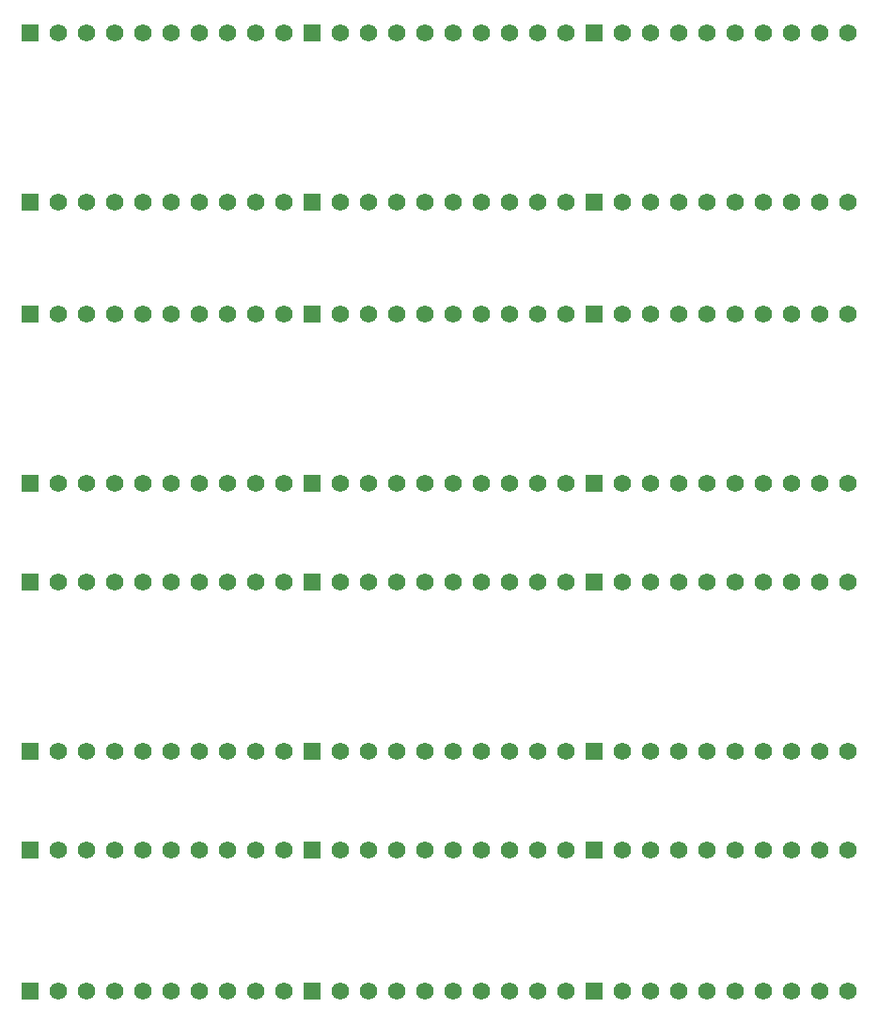
<source format=gbl>
G04 Layer: BottomLayer*
G04 EasyEDA v6.5.22, 2023-04-04 18:07:08*
G04 a67cddfb3fce44daa9051d46cbbcc19f,10*
G04 Gerber Generator version 0.2*
G04 Scale: 100 percent, Rotated: No, Reflected: No *
G04 Dimensions in inches *
G04 leading zeros omitted , absolute positions ,3 integer and 6 decimal *
%FSLAX36Y36*%
%MOIN*%

%ADD10C,0.0620*%
%ADD11R,0.0620X0.0620*%

%LPD*%
D10*
G01*
X2453140Y2603139D03*
G01*
X2353140Y2603139D03*
G01*
X2253140Y2603139D03*
G01*
X2153140Y2603139D03*
G01*
X2053140Y2603139D03*
G01*
X1953140Y2603139D03*
G01*
X1853140Y2603139D03*
G01*
X1753140Y2603139D03*
G01*
X1653140Y2603139D03*
D11*
G01*
X1553140Y2603139D03*
D10*
G01*
X2453140Y2003139D03*
G01*
X2353140Y2003139D03*
G01*
X2253140Y2003139D03*
G01*
X2153140Y2003139D03*
G01*
X2053140Y2003139D03*
G01*
X1953140Y2003139D03*
G01*
X1853140Y2003139D03*
G01*
X1753140Y2003139D03*
G01*
X1653140Y2003139D03*
D11*
G01*
X1553140Y2003139D03*
D10*
G01*
X1453149Y1653139D03*
G01*
X1353149Y1653139D03*
G01*
X1253149Y1653139D03*
G01*
X1153149Y1653139D03*
G01*
X1053149Y1653139D03*
G01*
X953149Y1653139D03*
G01*
X853149Y1653139D03*
G01*
X753150Y1653139D03*
G01*
X653150Y1653139D03*
D11*
G01*
X553150Y1653139D03*
D10*
G01*
X1453149Y1053150D03*
G01*
X1353149Y1053150D03*
G01*
X1253149Y1053150D03*
G01*
X1153149Y1053150D03*
G01*
X1053149Y1053150D03*
G01*
X953149Y1053150D03*
G01*
X853149Y1053150D03*
G01*
X753150Y1053150D03*
G01*
X653150Y1053150D03*
D11*
G01*
X553150Y1053150D03*
D10*
G01*
X2453140Y1653139D03*
G01*
X2353140Y1653139D03*
G01*
X2253140Y1653139D03*
G01*
X2153140Y1653139D03*
G01*
X2053140Y1653139D03*
G01*
X1953140Y1653139D03*
G01*
X1853140Y1653139D03*
G01*
X1753140Y1653139D03*
G01*
X1653140Y1653139D03*
D11*
G01*
X1553140Y1653139D03*
D10*
G01*
X2453140Y1053150D03*
G01*
X2353140Y1053150D03*
G01*
X2253140Y1053150D03*
G01*
X2153140Y1053150D03*
G01*
X2053140Y1053150D03*
G01*
X1953140Y1053150D03*
G01*
X1853140Y1053150D03*
G01*
X1753140Y1053150D03*
G01*
X1653140Y1053150D03*
D11*
G01*
X1553140Y1053150D03*
D10*
G01*
X3453140Y1653139D03*
G01*
X3353140Y1653139D03*
G01*
X3253140Y1653139D03*
G01*
X3153140Y1653139D03*
G01*
X3053140Y1653139D03*
G01*
X2953140Y1653139D03*
G01*
X2853140Y1653139D03*
G01*
X2753140Y1653139D03*
G01*
X2653140Y1653139D03*
D11*
G01*
X2553140Y1653139D03*
D10*
G01*
X3453140Y1053150D03*
G01*
X3353140Y1053150D03*
G01*
X3253140Y1053150D03*
G01*
X3153140Y1053150D03*
G01*
X3053140Y1053150D03*
G01*
X2953140Y1053150D03*
G01*
X2853140Y1053150D03*
G01*
X2753140Y1053150D03*
G01*
X2653140Y1053150D03*
D11*
G01*
X2553140Y1053150D03*
D10*
G01*
X1453149Y2603139D03*
G01*
X1353149Y2603139D03*
G01*
X1253149Y2603139D03*
G01*
X1153149Y2603139D03*
G01*
X1053149Y2603139D03*
G01*
X953149Y2603139D03*
G01*
X853149Y2603139D03*
G01*
X753150Y2603139D03*
G01*
X653150Y2603139D03*
D11*
G01*
X553150Y2603139D03*
D10*
G01*
X1453149Y2003139D03*
G01*
X1353149Y2003139D03*
G01*
X1253149Y2003139D03*
G01*
X1153149Y2003139D03*
G01*
X1053149Y2003139D03*
G01*
X953149Y2003139D03*
G01*
X853149Y2003139D03*
G01*
X753150Y2003139D03*
G01*
X653150Y2003139D03*
D11*
G01*
X553150Y2003139D03*
D10*
G01*
X3453140Y2603139D03*
G01*
X3353140Y2603139D03*
G01*
X3253140Y2603139D03*
G01*
X3153140Y2603139D03*
G01*
X3053140Y2603139D03*
G01*
X2953140Y2603139D03*
G01*
X2853140Y2603139D03*
G01*
X2753140Y2603139D03*
G01*
X2653140Y2603139D03*
D11*
G01*
X2553140Y2603139D03*
D10*
G01*
X3453140Y2003139D03*
G01*
X3353140Y2003139D03*
G01*
X3253140Y2003139D03*
G01*
X3153140Y2003139D03*
G01*
X3053140Y2003139D03*
G01*
X2953140Y2003139D03*
G01*
X2853140Y2003139D03*
G01*
X2753140Y2003139D03*
G01*
X2653140Y2003139D03*
D11*
G01*
X2553140Y2003139D03*
D10*
G01*
X1453149Y703150D03*
G01*
X1353149Y703150D03*
G01*
X1253149Y703150D03*
G01*
X1153149Y703150D03*
G01*
X1053149Y703150D03*
G01*
X953149Y703150D03*
G01*
X853149Y703150D03*
G01*
X753150Y703150D03*
G01*
X653150Y703150D03*
D11*
G01*
X553150Y703150D03*
D10*
G01*
X1453149Y203150D03*
G01*
X1353149Y203150D03*
G01*
X1253149Y203150D03*
G01*
X1153149Y203150D03*
G01*
X1053149Y203150D03*
G01*
X953149Y203150D03*
G01*
X853149Y203150D03*
G01*
X753150Y203150D03*
G01*
X653150Y203150D03*
D11*
G01*
X553150Y203150D03*
D10*
G01*
X2453140Y703150D03*
G01*
X2353140Y703150D03*
G01*
X2253140Y703150D03*
G01*
X2153140Y703150D03*
G01*
X2053140Y703150D03*
G01*
X1953140Y703150D03*
G01*
X1853140Y703150D03*
G01*
X1753140Y703150D03*
G01*
X1653140Y703150D03*
D11*
G01*
X1553140Y703150D03*
D10*
G01*
X2453140Y203150D03*
G01*
X2353140Y203150D03*
G01*
X2253140Y203150D03*
G01*
X2153140Y203150D03*
G01*
X2053140Y203150D03*
G01*
X1953140Y203150D03*
G01*
X1853140Y203150D03*
G01*
X1753140Y203150D03*
G01*
X1653140Y203150D03*
D11*
G01*
X1553140Y203150D03*
D10*
G01*
X3453140Y703150D03*
G01*
X3353140Y703150D03*
G01*
X3253140Y703150D03*
G01*
X3153140Y703150D03*
G01*
X3053140Y703150D03*
G01*
X2953140Y703150D03*
G01*
X2853140Y703150D03*
G01*
X2753140Y703150D03*
G01*
X2653140Y703150D03*
D11*
G01*
X2553140Y703150D03*
D10*
G01*
X3453140Y203150D03*
G01*
X3353140Y203150D03*
G01*
X3253140Y203150D03*
G01*
X3153140Y203150D03*
G01*
X3053140Y203150D03*
G01*
X2953140Y203150D03*
G01*
X2853140Y203150D03*
G01*
X2753140Y203150D03*
G01*
X2653140Y203150D03*
D11*
G01*
X2553140Y203150D03*
D10*
G01*
X1450000Y3599989D03*
G01*
X1350000Y3599989D03*
G01*
X1250000Y3599989D03*
G01*
X1150000Y3599989D03*
G01*
X1050000Y3599989D03*
G01*
X950000Y3599989D03*
G01*
X850000Y3599989D03*
G01*
X750000Y3599989D03*
G01*
X650000Y3599989D03*
D11*
G01*
X550000Y3599989D03*
D10*
G01*
X1450000Y2999989D03*
G01*
X1350000Y2999989D03*
G01*
X1250000Y2999989D03*
G01*
X1150000Y2999989D03*
G01*
X1050000Y2999989D03*
G01*
X950000Y2999989D03*
G01*
X850000Y2999989D03*
G01*
X750000Y2999989D03*
G01*
X650000Y2999989D03*
D11*
G01*
X550000Y2999989D03*
D10*
G01*
X2450000Y3599989D03*
G01*
X2350000Y3599989D03*
G01*
X2250000Y3599989D03*
G01*
X2150000Y3599989D03*
G01*
X2050000Y3599989D03*
G01*
X1950000Y3599989D03*
G01*
X1850000Y3599989D03*
G01*
X1750000Y3599989D03*
G01*
X1650000Y3599989D03*
D11*
G01*
X1550000Y3599989D03*
D10*
G01*
X2450000Y2999989D03*
G01*
X2350000Y2999989D03*
G01*
X2250000Y2999989D03*
G01*
X2150000Y2999989D03*
G01*
X2050000Y2999989D03*
G01*
X1950000Y2999989D03*
G01*
X1850000Y2999989D03*
G01*
X1750000Y2999989D03*
G01*
X1650000Y2999989D03*
D11*
G01*
X1550000Y2999989D03*
D10*
G01*
X3449989Y3599989D03*
G01*
X3349989Y3599989D03*
G01*
X3249989Y3599989D03*
G01*
X3149989Y3599989D03*
G01*
X3049989Y3599989D03*
G01*
X2949989Y3599989D03*
G01*
X2849989Y3599989D03*
G01*
X2749989Y3599989D03*
G01*
X2649989Y3599989D03*
D11*
G01*
X2549989Y3599989D03*
D10*
G01*
X3449989Y2999989D03*
G01*
X3349989Y2999989D03*
G01*
X3249989Y2999989D03*
G01*
X3149989Y2999989D03*
G01*
X3049989Y2999989D03*
G01*
X2949989Y2999989D03*
G01*
X2849989Y2999989D03*
G01*
X2749989Y2999989D03*
G01*
X2649989Y2999989D03*
D11*
G01*
X2549989Y2999989D03*
M02*

</source>
